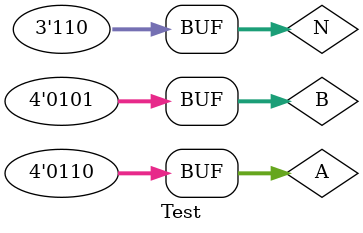
<source format=sv>
`timescale 1ns/1ns
`include "design.sv"
module Test();

    reg [3:0] A;
    reg [3:0] B;
    reg [2:0] N;
    wire [3:0]X;


    mux_case uut(
        .A(A),
        .B(B),
        .N(N),
        .X(X)
    );

    initial begin
        A = 4'b0110;
        B = 4'b0101;
        N = 3'b000;
        #100;
        A = 4'b0110;
        B = 4'b0101;
        N = 3'b001;
        #100;
        A = 4'b0110;
        B = 4'b0101;
        N = 3'b010;
        #100;
        A = 4'b0110;
        B = 4'b0101;
        N = 3'b011;
        #100;
        A = 4'b0110;
        B = 4'b0101;
        N = 3'b110;
        #100;
    end

    initial begin

        $dumpfile("dump.vcd");
        $dumpvars(0);
    end


endmodule
</source>
